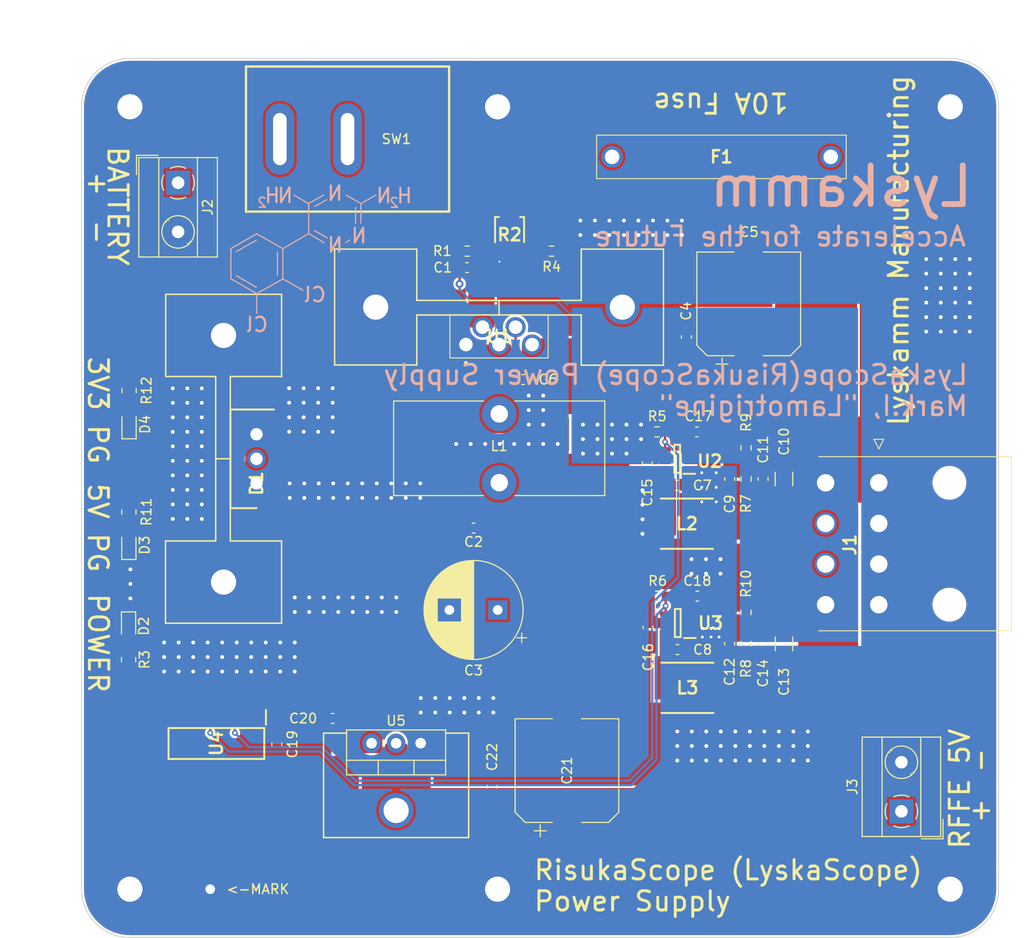
<source format=kicad_pcb>
(kicad_pcb (version 20211014) (generator pcbnew)
  (layers (0 "F.Cu" signal) (31 "B.Cu" signal) (34 "B.Paste" user) (35 "F.Paste" user) (36 "B.SilkS" user "B.Silkscreen") (37 "F.SilkS" user "F.Silkscreen") (38 "B.Mask" user) (39 "F.Mask" user) (44 "Edge.Cuts" user))
  (net 0 "")
  (net 1 "VDC")
  (net 2 "Net-(C1-Pad2)")
  (net 3 "GND")
  (net 4 "Net-(C4-Pad1)")
  (net 5 "Net-(C6-Pad1)")
  (net 6 "Net-(C7-Pad1)")
  (net 7 "Net-(C7-Pad2)")
  (net 8 "Net-(C8-Pad1)")
  (net 9 "Net-(C8-Pad2)")
  (net 10 "+5V")
  (net 11 "Net-(C9-Pad2)")
  (net 12 "+3V3")
  (net 13 "Net-(C12-Pad2)")
  (net 14 "Net-(C17-Pad1)")
  (net 15 "Net-(C18-Pad1)")
  (net 16 "Net-(D1-Pad2)")
  (net 17 "Net-(D2-Pad2)")
  (net 18 "Net-(D3-Pad1)")
  (net 19 "Net-(D3-Pad2)")
  (net 20 "Net-(D4-Pad1)")
  (net 21 "Net-(D4-Pad2)")
  (net 22 "Net-(F1-Pad2)")
  (net 23 "Net-(J2-Pad1)")
  (net 24 "Net-(R2-Pad2)")
  (net 25 "/PG_5V")
  (net 26 "/PG_3V3")
  (net 37 "Net-(C21-Pad1)")
  (footprint "Resistor_SMD:R_0805_2012Metric" (layer "F.Cu") (at 73.2 117.4225 -90)
    (fp_text reference "R3")
    (fp_text value "510")
  )
  (footprint "Resistor_SMD:R_0603_1608Metric" (layer "F.Cu") (at 108.21 75.185)
    (fp_text reference "R1")
    (fp_text value "105k")
  )
  (footprint "Custom:SS11-BBIWQ-R20-R" (layer "F.Cu") (at 92.34 63.6)
    (fp_text reference "SW1")
    (fp_text value "SW_SPST")
  )
  (footprint "39-30-1080:39-30-Y080" (layer "F.Cu") (at 150.7641 99.1375 90)
    (fp_text reference "J1")
    (fp_text value "39-30-1080" hide)
  )
  (footprint "Capacitor_SMD:C_0603_1608Metric" (layer "F.Cu") (at 126.91 114.085 -90)
    (fp_text reference "C16")
    (fp_text value "10uF")
  )
  (footprint "Capacitor_SMD:C_0603_1608Metric" (layer "F.Cu") (at 129.89 99.405 180)
    (fp_text reference "C7")
    (fp_text value "0.1uF")
  )
  (footprint "Capacitor_SMD:C_0603_1608Metric" (layer "F.Cu") (at 94.3 123.5 180)
    (fp_text reference "C20")
    (fp_text value "10uF")
  )
  (footprint "Resistor_SMD:R_0603_1608Metric" (layer "F.Cu") (at 116.94 75.185)
    (fp_text reference "R4")
    (fp_text value "12.7k")
  )
  (footprint "Capacitor_SMD:C_1206_3216Metric" (layer "F.Cu") (at 140.96 115.795 90)
    (fp_text reference "C13")
    (fp_text value "100uF")
  )
  (footprint "Capacitor_SMD:C_0603_1608Metric" (layer "F.Cu") (at 132 110.855)
    (fp_text reference "C18")
    (fp_text value "0.1uF")
  )
  (footprint "Capacitor_SMD:C_1206_3216Metric" (layer "F.Cu") (at 140.96 98.745 90)
    (fp_text reference "C10")
    (fp_text value "100uF")
  )
  (footprint "Capacitor_SMD:C_0603_1608Metric" (layer "F.Cu") (at 135.34 115.765 90)
    (fp_text reference "C12")
    (fp_text value "33nF")
  )
  (footprint "Capacitor_SMD:C_0603_1608Metric" (layer "F.Cu") (at 129.95 116.38 180)
    (fp_text reference "C8")
    (fp_text value "0.1uF")
  )
  (footprint "Resistor_SMD:R_0603_1608Metric" (layer "F.Cu") (at 137.04 98.745 90)
    (fp_text reference "R7")
    (fp_text value "100k")
  )
  (footprint "MWSA0503S-100MT:INDPM5452X300N" (layer "F.Cu") (at 130.98 120.335)
    (fp_text reference "L3")
    (fp_text value "10uH" hide)
  )
  (footprint "Resistor_SMD:R_0603_1608Metric" (layer "F.Cu") (at 137.03 112.535 90)
    (fp_text reference "R10")
    (fp_text value "22k")
  )
  (footprint "LED_SMD:LED_0603_1608Metric" (layer "F.Cu") (at 73.25 93.1 90)
    (fp_text reference "D4")
    (fp_text value "LED")
  )
  (footprint "Capacitor_SMD:CP_Elec_10x10.5" (layer "F.Cu") (at 137.32 80.6375 90)
    (fp_text reference "C5")
    (fp_text value "470uF")
  )
  (footprint "Resistor_SMD:R_0805_2012Metric" (layer "F.Cu") (at 73.2538 89.6 90)
    (fp_text reference "R12")
    (fp_text value "51")
  )
  (footprint "64600001003:64600001003" (layer "F.Cu") (at 145.79 65.44 180)
    (fp_text reference "F1")
    (fp_text value "10A" hide)
  )
  (footprint "LED_SMD:LED_0603_1608Metric" (layer "F.Cu") (at 73.23 105.58 90)
    (fp_text reference "D3")
    (fp_text value "LED")
  )
  (footprint "Resistor_SMD:R_0603_1608Metric" (layer "F.Cu") (at 137.03 115.765 90)
    (fp_text reference "R8")
    (fp_text value "100k")
  )
  (footprint "Capacitor_SMD:C_0603_1608Metric" (layer "F.Cu") (at 138.8 98.745 90)
    (fp_text reference "C11")
    (fp_text value "0.1uF")
  )
  (footprint "Capacitor_THT:CP_Radial_D10.0mm_P5.00mm" (layer "F.Cu") (at 111.367677 112.285 180)
    (fp_text reference "C3")
    (fp_text value "1mF")
  )
  (footprint "Inductor_THT:L_Toroid_Vertical_L21.6mm_W9.5mm_P7.11mm_Pulse_C" (layer "F.Cu") (at 111.52 92.015)
    (fp_text reference "L1")
    (fp_text value "47uH")
  )
  (footprint "Resistor_SMD:R_0603_1608Metric" (layer "F.Cu") (at 137.04 95.515 90)
    (fp_text reference "R9")
    (fp_text value "13.6k")
  )
  (footprint "Capacitor_SMD:C_0603_1608Metric" (layer "F.Cu") (at 126.83 97.105 -90)
    (fp_text reference "C15")
    (fp_text value "10uF")
  )
  (footprint "LED_SMD:LED_0603_1608Metric" (layer "F.Cu") (at 73.2 113.97 -90)
    (fp_text reference "D2")
    (fp_text value "LED")
  )
  (footprint "CD4050BDR:SOIC127P600X175-16N" (layer "F.Cu") (at 82.28 126.09 -90)
    (fp_text reference "U4")
    (fp_text value "CD4050BDR" hide)
  )
  (footprint "Resistor_SMD:R_0805_2012Metric" (layer "F.Cu") (at 73.23 102.16 90)
    (fp_text reference "R11")
    (fp_text value "330")
  )
  (footprint "Capacitor_SMD:C_0603_1608Metric" (layer "F.Cu") (at 108.87 103.815 180)
    (fp_text reference "C2")
    (fp_text value "0.1uF")
  )
  (footprint "MWSA0503S-100MT:INDPM5452X300N" (layer "F.Cu") (at 130.92 103.365)
    (fp_text reference "L2")
    (fp_text value "10uH" hide)
  )
  (footprint "Resistor_SMD:R_0603_1608Metric" (layer "F.Cu") (at 127.84 93.87)
    (fp_text reference "R5")
    (fp_text value "10k")
  )
  (footprint "Resistor_SMD:R_0603_1608Metric" (layer "F.Cu") (at 127.9 110.855)
    (fp_text reference "R6")
    (fp_text value "10k")
  )
  (footprint "Capacitor_SMD:C_0603_1608Metric" (layer "F.Cu") (at 113.98 88.46)
    (fp_text reference "C6")
    (fp_text value "0.1uF")
  )
  (footprint "XL4016:XL4016" (layer "F.Cu") (at 108.08 84.845)
    (fp_text reference "U1")
    (fp_text value "XL4016" hide)
  )
  (footprint "MBR2045CT:TO254P450X1000X2010-3P" (layer "F.Cu") (at 86.4275 99.2 90)
    (fp_text reference "D1")
    (fp_text value "MBR2045CT" hide)
  )
  (footprint "Capacitor_SMD:C_0603_1608Metric" (layer "F.Cu") (at 110.79 130.56 90)
    (fp_text reference "C22")
    (fp_text value "0.1uF")
  )
  (footprint "Capacitor_SMD:C_0603_1608Metric" (layer "F.Cu") (at 108.2 76.885)
    (fp_text reference "C1")
    (fp_text value "33nF")
  )
  (footprint "TerminalBlock_MetzConnect:TerminalBlock_MetzConnect_Type101_RT01602HBWC_1x02_P5.08mm_Horizontal" (layer "F.Cu") (at 153.1 133.105 90)
    (fp_text reference "J3")
    (fp_text value "Screw_Terminal_01x02")
  )
  (footprint "Capacitor_SMD:C_0603_1608Metric" (layer "F.Cu") (at 135.35 98.745 90)
    (fp_text reference "C9")
    (fp_text value "33nF")
  )
  (footprint "Capacitor_SMD:C_0603_1608Metric" (layer "F.Cu") (at 88.53 126.17 -90)
    (fp_text reference "C19")
    (fp_text value "0.1uF")
  )
  (footprint "Capacitor_SMD:CP_Elec_10x10.5" (layer "F.Cu") (at 118.52 128.8925 90)
    (fp_text reference "C21")
    (fp_text value "470uF")
  )
  (footprint "Capacitor_SMD:C_0603_1608Metric" (layer "F.Cu") (at 131.945 93.875)
    (fp_text reference "C17")
    (fp_text value "0.1uF")
  )
  (footprint "Capacitor_SMD:C_0603_1608Metric" (layer "F.Cu") (at 130.87 84.065 90)
    (fp_text reference "C4")
    (fp_text value "0.1uF")
  )
  (footprint "Capacitor_SMD:C_0603_1608Metric" (layer "F.Cu") (at 138.79 115.775 90)
    (fp_text reference "C14")
    (fp_text value "0.1uF")
  )
  (footprint "Package_TO_SOT_THT:TO-220-3_Vertical" (layer "F.Cu") (at 103.4 126.06 180)
    (fp_text reference "U5")
    (fp_text value "LM1117-5.0")
  )
  (footprint "VG039NCHXTB203:VG039NCHXTB203" (layer "F.Cu") (at 112.59 73.565)
    (fp_text reference "R2")
    (fp_text value "VG039NCHXTB203" hide)
  )
  (footprint "TerminalBlock_MetzConnect:TerminalBlock_MetzConnect_Type101_RT01602HBWC_1x02_P5.08mm_Horizontal" (layer "F.Cu") (at 78.32 68.115 -90)
    (fp_text reference "J2")
    (fp_text value "Screw_Terminal_01x02")
  )
  (footprint "SY8253AIC:SOT65P280X110-8N" (layer "F.Cu") (at 129.98 113.635 180)
    (fp_text reference "U3")
    (fp_text value "SY8253AIC" hide)
  )
  (footprint "SY8253AIC:SOT65P280X110-8N" (layer "F.Cu") (at 129.92 96.655 180)
    (fp_text reference "U2")
    (fp_text value "SY8253AIC" hide)
  )
  (footprint "icons:lamotrigine_medium" (layer "B.Cu") (at 93.42 75.78 180)
    (fp_text reference "G***" hide)
    (fp_text value "LOGO" hide)
  )
  (gr_line (start 111.5 81.785) (end 111.5 80.2775) (layer "F.SilkS") (width 0.15))
  (gr_line (start 100.86 135.815) (end 108.36 135.815) (layer "F.SilkS") (width 0.15))
  (gr_line (start 120 86.9775) (end 120 81.785) (layer "F.SilkS") (width 0.15))
  (gr_line (start 111.5 81.785) (end 103 81.785) (layer "F.SilkS") (width 0.15))
  (gr_line (start 77.0375 79.65) (end 77.0375 88.15) (layer "F.SilkS") (width 0.15))
  (gr_line (start 93.36 125.015) (end 95.74 125.015) (layer "F.SilkS") (width 0.15))
  (gr_line (start 83.7175 88.15) (end 89.0175 88.15) (layer "F.SilkS") (width 0.15))
  (gr_line (start 111.5 80.2775) (end 103 80.2775) (layer "F.SilkS") (width 0.15))
  (gr_line (start 77.0175 105.15) (end 82.21 105.15) (layer "F.SilkS") (width 0.15))
  (gr_line (start 93.36 125.015) (end 93.36 135.815) (layer "F.SilkS") (width 0.15))
  (gr_line (start 128.5 86.9775) (end 120 86.9775) (layer "F.SilkS") (width 0.15))
  (gr_line (start 108.36 125.015) (end 105.98 125.015) (layer "F.SilkS") (width 0.15))
  (gr_line (start 120 74.9775) (end 128.5 74.9775) (layer "F.SilkS") (width 0.15))
  (gr_line (start 108.36 135.815) (end 108.36 125.015) (layer "F.SilkS") (width 0.15))
  (gr_line (start 89.0175 88.15) (end 89.0175 79.65) (layer "F.SilkS") (width 0.15))
  (gr_line (start 83.7175 105.15) (end 89.0175 105.15) (layer "F.SilkS") (width 0.15))
  (gr_line (start 111.5 81.785) (end 120 81.785) (layer "F.SilkS") (width 0.15))
  (gr_line (start 83.7175 96.65) (end 83.7175 88.15) (layer "F.SilkS") (width 0.15))
  (gr_line (start 82.21 96.65) (end 82.21 88.15) (layer "F.SilkS") (width 0.15))
  (gr_line (start 103 81.785) (end 103 86.9575) (layer "F.SilkS") (width 0.15))
  (gr_line (start 94.5 86.9575) (end 103 86.9575) (layer "F.SilkS") (width 0.15))
  (gr_line (start 94.5 74.9775) (end 94.5 86.9575) (layer "F.SilkS") (width 0.15))
  (gr_line (start 89.0175 113.65) (end 77.0175 113.65) (layer "F.SilkS") (width 0.15))
  (gr_line (start 82.21 96.65) (end 83.7175 96.65) (layer "F.SilkS") (width 0.15))
  (gr_line (start 111.5 80.2775) (end 120 80.2775) (layer "F.SilkS") (width 0.15))
  (gr_line (start 89.0175 105.15) (end 89.0175 113.65) (layer "F.SilkS") (width 0.15))
  (gr_line (start 82.21 88.15) (end 77.0375 88.15) (layer "F.SilkS") (width 0.15))
  (gr_line (start 103 74.9775) (end 94.5 74.9775) (layer "F.SilkS") (width 0.15))
  (gr_line (start 93.36 135.815) (end 100.86 135.815) (layer "F.SilkS") (width 0.15))
  (gr_line (start 83.7175 96.65) (end 83.7175 105.15) (layer "F.SilkS") (width 0.15))
  (gr_line (start 82.21 96.65) (end 82.21 105.15) (layer "F.SilkS") (width 0.15))
  (gr_line (start 120 80.2775) (end 120 74.9775) (layer "F.SilkS") (width 0.15))
  (gr_line (start 77.0175 113.65) (end 77.0175 105.15) (layer "F.SilkS") (width 0.15))
  (gr_line (start 89.0175 79.65) (end 77.0375 79.65) (layer "F.SilkS") (width 0.15))
  (gr_line (start 103 80.2775) (end 103 74.9775) (layer "F.SilkS") (width 0.15))
  (gr_line (start 128.5 74.9775) (end 128.5 86.9775) (layer "F.SilkS") (width 0.15))
  (gr_line (start 158.15 55.26) (end 73.34 55.26) (layer "Edge.Cuts") (width 0.1))
  (gr_line (start 73.34 146.15) (end 158.15 146.15) (layer "Edge.Cuts") (width 0.1))
  (gr_arc (start 73.34 146.15) (mid 69.804466 144.685534) (end 68.34 141.15) (layer "Edge.Cuts") (width 0.1))
  (gr_arc (start 163.15 141.15) (mid 161.685534 144.685534) (end 158.15 146.15) (layer "Edge.Cuts") (width 0.1))
  (gr_line (start 163.15 141.15) (end 163.15 60.26) (layer "Edge.Cuts") (width 0.1))
  (gr_line (start 68.34 60.26) (end 68.34 141.15) (layer "Edge.Cuts") (width 0.1))
  (gr_arc (start 158.15 55.26) (mid 161.685534 56.724466) (end 163.15 60.26) (layer "Edge.Cuts") (width 0.1))
  (gr_arc (start 68.34 60.26) (mid 69.804466 56.724466) (end 73.34 55.26) (layer "Edge.Cuts") (width 0.1))
  (gr_text "Lyskamm" (at 146.87 68.5) (layer "B.SilkS") (effects (font (size 4 4) (thickness 0.6)) (justify mirror)))
  (gr_text "Accelerate for the Future" (at 159.94 73.67) (layer "B.SilkS") (effects (font (size 2 2) (thickness 0.3)) (justify left mirror)))
  (gr_text "LyskaScope(RisukaScope) Power Supply\nMark.I, {dblquote}Lamotrigine{dblquote}" (at 160.15 89.58) (layer "B.SilkS") (effects (font (size 2 2) (thickness 0.3)) (justify left mirror)))
  (gr_text "RisukaScope (LyskaScope)\nPower Supply" (at 114.95 140.79) (layer "F.SilkS") (effects (font (size 2 2) (thickness 0.3)) (justify left)))
  (gr_text "BATTERY" (at 72.07 70.53 -90) (layer "F.SilkS") (effects (font (size 2 2) (thickness 0.3))))
  (gr_text "10A Fuse" (at 134.42 59.84 180) (layer "F.SilkS") (effects (font (size 2 2) (thickness 0.3))))
  (gr_text "<-MARK" (at 86.57 141.15) (layer "F.SilkS") (effects (font (size 1 1))))
  (gr_text "-" (at 161.52 127.83 270) (layer "F.SilkS") (effects (font (size 2 2) (thickness 0.3))))
  (gr_text "RFFE 5V" (at 159.13 130.78 90) (layer "F.SilkS") (effects (font (size 2 2) (thickness 0.3))))
  (gr_text "+" (at 161.52 133.04 270) (layer "F.SilkS") (effects (font (size 2 2) (thickness 0.3))))
  (gr_text "-" (at 70.02 73.22 270) (layer "F.SilkS") (effects (font (size 2 2) (thickness 0.3))))
  (gr_text "+" (at 70.04 68.23 270) (layer "F.SilkS") (effects (font (size 2 2) (thickness 0.3))))
  (gr_text "Lyskamm Manufacturing" (at 152.81 75.12 90) (layer "F.SilkS") (effects (font (size 2 2) (thickness 0.3))))
  (gr_text "5V PG" (at 70.03 103.79 270) (layer "F.SilkS") (effects (font (size 2 2) (thickness 0.3))))
  (gr_text "3V3 PG" (at 70.04 91.64 270) (layer "F.SilkS") (effects (font (size 2 2) (thickness 0.3))))
  (gr_text "POWER" (at 70.06 115.71 270) (layer "F.SilkS") (effects (font (size 2 2) (thickness 0.3))))
  (segment (start 73.2 118.335) (end 73.2 119.3) (width 0.25) (layer "F.Cu") (net 1))
  (segment (start 86.725 121.405) (end 86.725 123.378) (width 0.25) (layer "F.Cu") (net 1))
  (segment (start 74.89 102.52) (end 73.6175 101.2475) (width 0.25) (layer "F.Cu") (net 1))
  (segment (start 88.495 125.43) (end 88.53 125.395) (width 0.25) (layer "F.Cu") (net 1))
  (segment (start 107.425 78.565) (end 107.42 78.57) (width 0.25) (layer "F.Cu") (net 1))
  (segment (start 88.53 125.395) (end 95.125 125.395) (width 0.5) (layer "F.Cu") (net 1))
  (segment (start 74.1475 88.6875) (end 74.99 89.53) (width 0.25) (layer "F.Cu") (net 1))
  (segment (start 73.775 118.335) (end 73.2 118.335) (width 0.25) (layer "F.Cu") (net 1))
  (segment (start 73.2538 88.6875) (end 74.1475 88.6875) (width 0.25) (layer "F.Cu") (net 1))
  (segment (start 86.725 123.378) (end 86.725 124.755) (width 0.5) (layer "F.Cu") (net 1))
  (segment (start 74.89 102.52) (end 74.89 117.22) (width 0.25) (layer "F.Cu") (net 1))
  (segment (start 74.89 117.22) (end 73.775 118.335) (width 0.25) (layer "F.Cu") (net 1))
  (segment (start 73.23 99.39) (end 73.23 101.2475) (width 0.25) (layer "F.Cu") (net 1))
  (segment (start 74.36 120.46) (end 85.78 120.46) (width 0.25) (layer "F.Cu") (net 1))
  (segment (start 107.385 76.845) (end 107.425 76.885) (width 0.25) (layer "F.Cu") (net 1))
  (segment (start 86.725 124.755) (end 87.4 125.43) (width 0.5) (layer "F.Cu") (net 1))
  (segment (start 107.385 75.185) (end 107.385 76.845) (width 0.25) (layer "F.Cu") (net 1))
  (segment (start 73.2 119.3) (end 74.36 120.46) (width 0.25) (layer "F.Cu") (net 1))
  (segment (start 74.99 89.53) (end 74.99 97.63) (width 0.25) (layer "F.Cu") (net 1))
  (segment (start 74.99 97.63) (end 73.23 99.39) (width 0.25) (layer "F.Cu") (net 1))
  (segment (start 87.4 125.43) (end 88.495 125.43) (width 0.5) (layer "F.Cu") (net 1))
  (segment (start 107.425 76.885) (end 107.425 78.565) (width 0.25) (layer "F.Cu") (net 1))
  (segment (start 85.78 120.46) (end 86.725 121.405) (width 0.25) (layer "F.Cu") (net 1))
  (via (at 120.18 93.12) (size 0.8) (drill 0.4) (layers "F.Cu" "B.Cu") (net 1))
  (via (at 124.68 94.62) (size 0.8) (drill 0.4) (layers "F.Cu" "B.Cu") (net 1))
  (via (at 120.18 96.12) (size 0.8) (drill 0.4) (layers "F.Cu" "B.Cu") (net 1))
  (via (at 121.68 93.12) (size 0.8) (drill 0.4) (layers "F.Cu" "B.Cu") (net 1))
  (via (at 121.68 94.62) (size 0.8) (drill 0.4) (layers "F.Cu" "B.Cu") (net 1))
  (via (at 121.68 96.12) (size 0.8) (drill 0.4) (layers "F.Cu" "B.Cu") (net 1))
  (via (at 126.18 93.12) (size 0.8) (drill 0.4) (layers "F.Cu" "B.Cu") (net 1))
  (via (at 123.18 94.62) (size 0.8) (drill 0.4) (layers "F.Cu" "B.Cu") (net 1))
  (via (at 123.18 93.12) (size 0.8) (drill 0.4) (layers "F.Cu" "B.Cu") (net 1))
  (via (at 126.18 94.62) (size 0.8) (drill 0.4) (layers "F.Cu" "B.Cu") (net 1))
  (via (at 123.18 96.12) (size 0.8) (drill 0.4) (layers "F.Cu" "B.Cu") (net 1))
  (via (at 120.18 94.62) (size 0.8) (drill 0.4) (layers "F.Cu" "B.Cu") (net 1))
  (via (at 124.68 96.12) (size 0.8) (drill 0.4) (layers "F.Cu" "B.Cu") (net 1))
  (via (at 107.42 78.57) (size 0.8) (drill 0.4) (layers "F.Cu" "B.Cu") (net 1))
  (via (at 124.68 93.12) (size 0.8) (drill 0.4) (layers "F.Cu" "B.Cu") (net 1))
  (segment (start 119.51 82.35) (end 119.51 84.77) (width 0.25) (layer "B.Cu") (net 1))
  (segment (start 107.42 79.17) (end 107.42 78.57) (width 0.25) (layer "B.Cu") (net 1))
  (segment (start 117.48 80.32) (end 119.51 82.35) (width 0.25) (layer "B.Cu") (net 1))
  (segment (start 117.48 80.32) (end 108.57 80.32) (width 0.25) (layer "B.Cu") (net 1))
  (segment (start 108.57 80.32) (end 107.42 79.17) (width 0.25) (layer "B.Cu") (net 1))
  (via (at 77.77 95.37) (size 0.8) (drill 0.4) (layers "F.Cu" "B.Cu") (net 3))
  (via (at 157.17 79.01) (size 0.8) (drill 0.4) (layers "F.Cu" "B.Cu") (net 3))
  (via (at 114.57 95.12) (size 0.8) (drill 0.4) (layers "F.Cu" "B.Cu") (net 3))
  (via (at 135.93 127.85) (size 0.8) (drill 0.4) (layers "F.Cu" "B.Cu") (net 3))
  (via (at 79.88 115.65) (size 0.8) (drill 0.4) (layers "F.Cu" "B.Cu") (net 3))
  (via (at 87.38 115.65) (size 0.8) (drill 0.4) (layers "F.Cu" "B.Cu") (net 3))
  (via (at 89.8 90.86) (size 0.8) (drill 0.4) (layers "F.Cu" "B.Cu") (net 3))
  (via (at 158.67 83.51) (size 0.8) (drill 0.4) (layers "F.Cu" "B.Cu") (net 3))
  (via (at 124.25 80.9775) (size 3.6) (drill 2.6) (layers "F.Cu" "B.Cu") (net 3))
  (via (at 131.43 126.35) (size 0.8) (drill 0.4) (layers "F.Cu" "B.Cu") (net 3))
  (via (at 91.3 93.86) (size 0.8) (drill 0.4) (layers "F.Cu" "B.Cu") (net 3))
  (via (at 138.93 126.35) (size 0.8) (drill 0.4) (layers "F.Cu" "B.Cu") (net 3))
  (via (at 134.25 115.08) (size 0.6) (drill 0.3) (layers "F.Cu" "B.Cu") (net 3))
  (via (at 94.3 93.86) (size 0.8) (drill 0.4) (layers "F.Cu" "B.Cu") (net 3))
  (via (at 132.93 126.35) (size 0.8) (drill 0.4) (layers "F.Cu" "B.Cu") (net 3))
  (via (at 76.88 115.65) (size 0.8) (drill 0.4) (layers "F.Cu" "B.Cu") (net 3))
  (via (at 119.91 72.02) (size 0.8) (drill 0.4) (layers "F.Cu" "B.Cu") (net 3))
  (via (at 91.3 89.36) (size 0.8) (drill 0.4) (layers "F.Cu" "B.Cu") (net 3))
  (via (at 79.27 99.87) (size 0.8) (drill 0.4) (layers "F.Cu" "B.Cu") (net 3))
  (via (at 132.9 107.03) (size 0.8) (drill 0.4) (layers "F.Cu" "B.Cu") (net 3))
  (via (at 82.88 118.65) (size 0.8) (drill 0.4) (layers "F.Cu" "B.Cu") (net 3))
  (via (at 77.77 89.37) (size 0.8) (drill 0.4) (layers "F.Cu" "B.Cu") (net 3))
  (via (at 88.88 117.15) (size 0.8) (drill 0.4) (layers "F.Cu" "B.Cu") (net 3))
  (via (at 114.57 90.12) (size 0.8) (drill 0.4) (layers "F.Cu" "B.Cu") (net 3))
  (via (at 98.86 100.7) (size 0.8) (drill 0.4) (layers "F.Cu" "B.Cu") (net 3))
  (via (at 77.77 102.87) (size 0.8) (drill 0.4) (layers "F.Cu" "B.Cu") (net 3))
  (via (at 141.93 126.35) (size 0.8) (drill 0.4) (layers "F.Cu" "B.Cu") (net 3))
  (via (at 79.27 92.37) (size 0.8) (drill 0.4) (layers "F.Cu" "B.Cu") (net 3))
  (via (at 78.38 117.15) (size 0.8) (drill 0.4) (layers "F.Cu" "B.Cu") (net 3))
  (via (at 134.4 107.03) (size 0.8) (drill 0.4) (layers "F.Cu" "B.Cu") (net 3))
  (via (at 76.88 118.65) (size 0.8) (drill 0.4) (layers "F.Cu" "B.Cu") (net 3))
  (via (at 81.38 118.65) (size 0.8) (drill 0.4) (layers "F.Cu" "B.Cu") (net 3))
  (via (at 126.33 99.91) (size 0.8) (drill 0.4) (layers "F.Cu" "B.Cu") (net 3))
  (via (at 89.8 93.86) (size 0.8) (drill 0.4) (layers "F.Cu" "B.Cu") (net 3))
  (via (at 124.41 72.02) (size 0.8) (drill 0.4) (layers "F.Cu" "B.Cu") (net 3))
  (via (at 101.86 100.7) (size 0.8) (drill 0.4) (layers "F.Cu" "B.Cu") (net 3))
  (via (at 106.41 121.39) (size 0.8) (drill 0.4) (layers "F.Cu" "B.Cu") (net 3))
  (via (at 129.93 124.85) (size 0.8) (drill 0.4) (layers "F.Cu" "B.Cu") (net 3))
  (via (at 103.41 121.39) (size 0.8) (drill 0.4) (layers "F.Cu" "B.Cu") (net 3))
  (via (at 119.91 73.52) (size 0.8) (drill 0.4) (layers "F.Cu" "B.Cu") (net 3))
  (via (at 82.88 117.15) (size 0.8) (drill 0.4) (layers "F.Cu" "B.Cu") (net 3))
  (via (at 90.38 110.99) (size 0.8) (drill 0.4) (layers "F.Cu" "B.Cu") (net 3))
  (via (at 158.67 76.01) (size 0.8) (drill 0.4) (layers "F.Cu" "B.Cu") (net 3))
  (via (at 79.27 93.87) (size 0.8) (drill 0.4) (layers "F.Cu" "B.Cu") (net 3))
  (via (at 114.57 93.12) (size 0.8) (drill 0.4) (layers "F.Cu" "B.Cu") (net 3))
  (via (at 131.4 107.03) (size 0.8) (drill 0.4) (layers "F.Cu" "B.Cu") (net 3))
  (via (at 130.41 73.52) (size 0.8) (drill 0.4) (layers "F.Cu" "B.Cu") (net 3))
  (via (at 157.17 83.51) (size 0.8) (drill 0.4) (layers "F.Cu" "B.Cu") (net 3))
  (via (at 94.36 99.2) (size 0.8) (drill 0.4) (layers "F.Cu" "B.Cu") (net 3))
  (via (at 132.93 127.85) (size 0.8) (drill 0.4) (layers "F.Cu" "B.Cu") (net 3))
  (via (at 89.86 99.2) (size 0.8) (drill 0.4) (layers "F.Cu" "B.Cu") (net 3))
  (via (at 79.27 95.37) (size 0.8) (drill 0.4) (layers "F.Cu" "B.Cu") (net 3))
  (via (at 93.38 110.99) (size 0.8) (drill 0.4) (layers "F.Cu" "B.Cu") (net 3))
  (via (at 80.77 89.37) (size 0.8) (drill 0.4) (layers "F.Cu" "B.Cu") (net 3))
  (via (at 140.43 126.35) (size 0.8) (drill 0.4) (layers "F.Cu" "B.Cu") (net 3))
  (via (at 141.93 124.85) (size 0.8) (drill 0.4) (layers "F.Cu" "B.Cu") (net 3))
  (via (at 158.67 79.01) (size 0.8) (drill 0.4) (layers "F.Cu" "B.Cu") (net 3))
  (via (at 79.27 101.37) (size 0.8) (drill 0.4) (layers "F.Cu" "B.Cu") (net 3))
  (via (at 80.77 95.37) (size 0.8) (drill 0.4) (layers "F.Cu" "B.Cu") (net 3))
  (via (at 73.34 141.15) (size 3.6) (drill 2.6) (layers "F.Cu" "B.Cu") (net 3))
  (via (at 80.77 102.87) (size 0.8) (drill 0.4) (layers "F.Cu" "B.Cu") (net 3))
  (via (at 131.43 127.85) (size 0.8) (drill 0.4) (layers "F.Cu" "B.Cu") (net 3))
  (via (at 104.91 121.39) (size 0.8) (drill 0.4) (layers "F.Cu" "B.Cu") (net 3))
  (via (at 116.07 90.12) (size 0.8) (drill 0.4) (layers "F.Cu" "B.Cu") (net 3))
  (via (at 79.27 102.87) (size 0.8) (drill 0.4) (layers "F.Cu" "B.Cu") (net 3))
  (via (at 82.88 115.65) (size 0.8) (drill 0.4) (layers "F.Cu" "B.Cu") (net 3))
  (via (at 90.38 115.65) (size 0.8) (drill 0.4) (layers "F.Cu" "B.Cu") (net 3))
  (via (at 77.77 92.37) (size 0.8) (drill 0.4) (layers "F.Cu" "B.Cu") (net 3))
  (via (at 158.15 141.15) (size 3.6) (drill 2.6) (layers "F.Cu" "B.Cu") (net 3))
  (via (at 96.38 112.49) (size 0.8) (drill 0.4) (layers "F.Cu" "B.Cu") (net 3))
  (via (at 125.91 73.52) (size 0.8) (drill 0.4) (layers "F.Cu" "B.Cu") (net 3))
  (via (at 100.88 110.99) (size 0.8) (drill 0.4) (layers "F.Cu" "B.Cu") (net 3))
  (via (at 97.36 99.2) (size 0.8) (drill 0.4) (layers "F.Cu" "B.Cu") (net 3))
  (via (at 133.96 101.1) (size 0.6) (drill 0.3) (layers "F.Cu" "B.Cu") (net 3))
  (via (at 94.3 89.36) (size 0.8) (drill 0.4) (layers "F.Cu" "B.Cu") (net 3))
  (via (at 111.35 60.26) (size 3.6) (drill 2.6) (layers "F.Cu" "B.Cu") (net 3))
  (via (at 111.57 95.12) (size 0.8) (drill 0.4) (layers "F.Cu" "B.Cu") (net 3))
  (via (at 143.43 124.85) (size 0.8) (drill 0.4) (layers "F.Cu" "B.Cu") (net 3))
  (via (at 98.75 80.9775) (size 3.6) (drill 2.6) (layers "F.Cu" "B.Cu") (net 3))
  (via (at 100.36 99.2) (size 0.8) (drill 0.4) (layers "F.Cu" "B.Cu") (net 3))
  (via (at 116.07 95.12) (size 0.8) (drill 0.4) (layers "F.Cu" "B.Cu") (net 3))
  (via (at 134.43 127.85) (size 0.8) (drill 0.4) (layers "F.Cu" "B.Cu") (net 3))
  (via (at 84.38 117.15) (size 0.8) (drill 0.4) (layers "F.Cu" "B.Cu") (net 3))
  (via (at 77.77 93.87) (size 0.8) (drill 0.4) (layers "F.Cu" "B.Cu") (net 3))
  (via (at 107.07 95.12) (size 0.8) (drill 0.4) (layers "F.Cu" "B.Cu") (net 3))
  (via (at 143.43 126.35) (size 0.8) (drill 0.4) (layers "F.Cu" "B.Cu") (net 3))
  (via (at 114.57 91.62) (size 0.8) (drill 0.4) (layers "F.Cu" "B.Cu") (net 3))
  (via (at 73.39 109.59) (size 0.8) (drill 0.4) (layers "F.Cu" "B.Cu") (net 3))
  (via (at 137.43 124.85) (size 0.8) (drill 0.4) (layers "F.Cu" "B.Cu") (net 3))
  (via (at 103.36 100.7) (size 0.8) (drill 0.4) (layers "F.Cu" "B.Cu") (net 3))
  (via (at 134.43 124.85) (size 0.8) (drill 0.4) (layers "F.Cu" "B.Cu") (net 3))
  (via (at 73.39 108.09) (size 0.8) (drill 0.4) (layers "F.Cu" "B.Cu") (net 3))
  (via (at 96.38 110.99) (size 0.8) (drill 0.4) (layers "F.Cu" "B.Cu") (net 3))
  (via (at 160.17 76.01) (size 0.8) (drill 0.4) (layers "F.Cu" "B.Cu") (net 3))
  (via (at 157.17 80.51) (size 0.8) (drill 0.4) (layers "F.Cu" "B.Cu") (net 3))
  (via (at 108.57 95.12) (size 0.8) (drill 0.4) (layers "F.Cu" "B.Cu") (net 3))
  (via (at 94.88 110.99) (size 0.8) (drill 0.4) (layers "F.Cu" "B.Cu") (net 3))
  (via (at 121.41 72.02) (size 0.8) (drill 0.4) (layers "F.Cu" "B.Cu") (net 3))
  (via (at 134.26 114.2) (size 0.6) (drill 0.3) (layers "F.Cu" "B.Cu") (net 3))
  (via (at 134.43 126.35) (size 0.8) (drill 0.4) (layers "F.Cu" "B.Cu") (net 3))
  (via (at 126.33 102.91) (size 0.8) (drill 0.4) (layers "F.Cu" "B.Cu") (net 3))
  (via (at 77.77 101.37) (size 0.8) (drill 0.4) (layers "F.Cu" "B.Cu") (net 3))
  (via (at 127.41 72.02) (size 0.8) (drill 0.4) (layers "F.Cu" "B.Cu") (net 3))
  (via (at 80.77 101.37) (size 0.8) (drill 0.4) (layers "F.Cu" "B.Cu") (net 3))
  (via (at 78.38 118.65) (size 0.8) (drill 0.4) (layers "F.Cu" "B.Cu") (net 3))
  (via (at 122.91 73.52) (size 0.8) (drill 0.4) (layers "F.Cu" "B.Cu") (net 3))
  (via (at 121.41 73.52) (size 0.8) (drill 0.4) (layers "F.Cu" "B.Cu") (net 3))
  (via (at 132.93 124.85) (size 0.8) (drill 0.4) (layers "F.Cu" "B.Cu") (net 3))
  (via (at 80.77 96.87) (size 0.8) (drill 0.4) (layers "F.Cu" "B.Cu") (net 3))
  (via (at 92.86 99.2) (size 0.8) (drill 0.4) (layers "F.Cu" "B.Cu") (net 3))
  (via (at 126.33 101.41) (size 0.8) (drill 0.4) (layers "F.Cu" "B.Cu") (net 3))
  (via (at 160.17 82.01) (size 0.8) (drill 0.4) (layers "F.Cu" "B.Cu") (net 3))
  (via (at 109.41 122.89) (size 0.8) (drill 0.4) (layers "F.Cu" "B.Cu") (net 3))
  (via (at 81.38 117.15) (size 0.8) (drill 0.4) (layers "F.Cu" "B.Cu") (net 3))
  (via (at 94.88 112.49) (size 0.8) (drill 0.4) (layers "F.Cu" "B.Cu") (net 3))
  (via (at 110.91 122.89) (size 0.8) (drill 0.4) (layers "F.Cu" "B.Cu") (net 3))
  (via (at 101.86 99.2) (size 0.8) (drill 0.4) (layers "F.Cu" "B.Cu") (net 3))
  (via (at 158.67 82.01) (size 0.8) (drill 0.4) (layers "F.Cu" "B.Cu") (net 3))
  (via (at 98.86 99.2) (size 0.8) (drill 0.4) (layers "F.Cu" "B.Cu") (net 3))
  (via (at 132.46 101.1) (size 0.6) (drill 0.3) (layers "F.Cu" "B.Cu") (net 3))
  (via (at 110.91 121.39) (size 0.8) (drill 0.4) (layers "F.Cu" "B.Cu") (net 3))
  (via (at 83.0175 83.9) (size 3.6) (drill 2.6) (layers "F.Cu" "B.Cu") (net 3))
  (via (at 76.88 117.15) (size 0.8) (drill 0.4) (layers "F.Cu" "B.Cu") (net 3))
  (via (at 73.39 111.09) (size 0.8) (drill 0.4) (layers "F.Cu" "B.Cu") (net 3))
  (via (at 155.67 83.51) (size 0.8) (drill 0.4) (layers "F.Cu" "B.Cu") (net 3))
  (via (at 107.91 121.39) (size 0.8) (drill 0.4) (layers "F.Cu" "B.Cu") (net 3))
  (via (at 97.88 110.99) (size 0.8) (drill 0.4) (layers "F.Cu" "B.Cu") (net 3))
  (via (at 157.17 77.51) (size 0.8) (drill 0.4) (layers "F.Cu" "B.Cu") (net 3))
  (via (at 88.88 118.65) (size 0.8) (drill 0.4) (layers "F.Cu" "B.Cu") (net 3))
  (via (at 129.93 126.35) (size 0.8) (drill 0.4) (layers "F.Cu" "B.Cu") (net 3))
  (via (at 131.43 124.85) (size 0.8) (drill 0.4) (layers "F.Cu" "B.Cu") (net 3))
  (via (at 134.4 108.53) (size 0.8) (drill 0.4) (layers "F.Cu" "B.Cu") (net 3))
  (via (at 77.77 90.87) (size 0.8) (drill 0.4) (layers "F.Cu" "B.Cu") (net 3))
  (via (at 77.77 96.87) (size 0.8) (drill 0.4) (layers "F.Cu" "B.Cu") (net 3))
  (via (at 157.17 76.01) (size 0.8) (drill 0.4) (layers "F.Cu" "B.Cu") (net 3))
  (via (at 158.67 80.51) (size 0.8) (drill 0.4) (layers "F.Cu" "B.Cu") (net 3))
  (via (at 95.86 99.2) (size 0.8) (drill 0.4) (layers "F.Cu" "B.Cu") (net 3))
  (via (at 133.96 98.1) (size 0.6) (drill 0.3) (layers "F.Cu" "B.Cu") (net 3))
  (via (at 90.38 112.49) (size 0.8) (drill 0.4) (layers "F.Cu" "B.Cu") (net 3))
  (via (at 103.41 122.89) (size 0.8) (drill 0.4) (layers "F.Cu" "B.Cu") (net 3))
  (via (at 87.38 117.15) (size 0.8) (drill 0.4) (layers "F.Cu" "B.Cu") (net 3))
  (via (at 158.67 77.51) (size 0.8) (drill 0.4) (layers "F.Cu" "B.Cu") (net 3))
  (via (at 91.36 100.7) (size 0.8) (drill 0.4) (layers "F.Cu" "B.Cu") (net 3))
  (via (at 91.3 92.36) (size 0.8) (drill 0.4) (layers "F.Cu" "B.Cu") (net 3))
  (via (at 107.91 122.89) (size 0.8) (drill 0.4) (layers "F.Cu" "B.Cu") (net 3))
  (via (at 155.67 79.01) (size 0.8) (drill 0.4) (layers "F.Cu" "B.Cu") (net 3))
  (via (at 138.93 127.85) (size 0.8) (drill 0.4) (layers "F.Cu" "B.Cu") (net 3))
  (via (at 92.8 92.36) (size 0.8) (drill 0.4) (layers "F.Cu" "B.Cu") (net 3))
  (via (at 95.86 100.7) (size 0.8) (drill 0.4) (layers "F.Cu" "B.Cu") (net 3))
  (via (at 79.88 117.15) (size 0.8) (drill 0.4) (layers "F.Cu" "B.Cu") (net 3))
  (via (at 141.93 127.85) (size 0.8) (drill 0.4) (layers "F.Cu" "B.Cu") (net 3))
  (via (at 84.38 115.65) (size 0.8) (drill 0.4) (layers "F.Cu" "B.Cu") (net 3))
  (via (at 81.64 141.15) (size 2) (drill 1) (layers "F.Cu" "B.Cu") (net 3))
  (via (at 129.93 127.85) (size 0.8) (drill 0.4) (layers "F.Cu" "B.Cu") (net 3))
  (via (at 97.88 112.49) (size 0.8) (drill 0.4) (layers "F.Cu" "B.Cu") (net 3))
  (via (at 117.57 95.12) (size 0.8) (drill 0.4) (layers "F.Cu" "B.Cu") (net 3))
  (via (at 92.8 90.86) (size 0.8) (drill 0.4) (layers "F.Cu" "B.Cu") (net 3))
  (via (at 111.35 141.15) (size 3.6) (drill 2.6) (layers "F.Cu" "B.Cu") (net 3))
  (via (at 79.27 90.87) (size 0.8) (drill 0.4) (layers "F.Cu" "B.Cu") (net 3))
  (via (at 85.88 117.15) (size 0.8) (drill 0.4) (layers "F.Cu" "B.Cu") (net 3))
  (via (at 132.52 114.2) (size 0.6) (drill 0.3) (layers "F.Cu" "B.Cu") (net 3))
  (via (at 85.88 115.65) (size 0.8) (drill 0.4) (layers "F.Cu" "B.Cu") (net 3))
  (via (at 137.43 126.35) (size 0.8) (drill 0.4) (layers "F.Cu" "B.Cu") (net 3))
  (via (at 90.38 118.65) (size 0.8) (drill 0.4) (layers "F.Cu" "B.Cu") (net 3))
  (via (at 92.86 100.7) (size 0.8) (drill 0.4) (layers "F.Cu" "B.Cu") (net 3))
  (via (at 91.36 99.2) (size 0.8) (drill 0.4) (layers "F.Cu" "B.Cu") (net 3))
  (via (at 79.27 96.87) (size 0.8) (drill 0.4) (layers "F.Cu" "B.Cu") (net 3))
  (via (at 109.41 121.39) (size 0.8) (drill 0.4) (layers "F.Cu" "B.Cu") (net 3))
  (via (at 155.67 77.51) (size 0.8) (drill 0.4) (layers "F.Cu" "B.Cu") (net 3))
  (via (at 160.17 83.51) (size 0.8) (drill 0.4) (layers "F.Cu" "B.Cu") (net 3))
  (via (at 124.41 73.52) (size 0.8) (drill 0.4) (layers "F.Cu" "B.Cu") (net 3))
  (via (at 94.36 100.7) (size 0.8) (drill 0.4) (layers "F.Cu" "B.Cu") (net 3))
  (via (at 80.77 98.37) (size 0.8) (drill 0.4) (layers "F.Cu" "B.Cu") (net 3))
  (via (at 132.46 98.1) (size 0.6) (drill 0.3) (layers "F.Cu" "B.Cu") (net 3))
  (via (at 132.9 108.53) (size 0.8) (drill 0.4) (layers "F.Cu" "B.Cu") (net 3))
  (via (at 93.38 112.49) (size 0.8) (drill 0.4) (layers "F.Cu" "B.Cu") (net 3))
  (via (at 91.3 90.86) (size 0.8) (drill 0.4) (layers "F.Cu" "B.Cu") (net 3))
  (via (at 158.15 60.26) (size 3.6) (drill 2.6) (layers "F.Cu" "B.Cu") (net 3))
  (via (at 135.93 124.85) (size 0.8) (drill 0.4) (layers "F.Cu" "B.Cu") (net 3))
  (via (at 80.77 99.87) (size 0.8) (drill 0.4) (layers "F.Cu" "B.Cu") (net 3))
  (via (at 160.17 77.51) (size 0.8) (drill 0.4) (layers "F.Cu" "B.Cu") (net 3))
  (via (at 99.38 110.99) (size 0.8) (drill 0.4) (layers "F.Cu" "B.Cu") (net 3))
  (via (at 160.17 80.51) (size 0.8) (drill 0.4) (layers "F.Cu" "B.Cu") (net 3))
  (via (at 79.88 118.65) (size 0.8) (drill 0.4) (layers "F.Cu" "B.Cu") (net 3))
  (via (at 80.77 90.87) (size 0.8) (drill 0.4) (layers "F.Cu" "B.Cu") (net 3))
  (via (at 104.91 122.89) (size 0.8) (drill 0.4) (layers "F.Cu" "B.Cu") (net 3))
  (via (at 103.36 99.2) (size 0.8) (drill 0.4) (layers "F.Cu" "B.Cu") (net 3))
  (via (at 87.38 118.65) (size 0.8) (drill 0.4) (layers "F.Cu" "B.Cu") (net 3))
  (via (at 94.3 90.86) (size 0.8) (drill 0.4) (layers "F.Cu" "B.Cu") (net 3))
  (via (at 97.36 100.7) (size 0.8) (drill 0.4) (layers "F.Cu" "B.Cu") (net 3))
  (via (at 90.38 117.15) (size 0.8) (drill 0.4) (layers "F.Cu" "B.Cu") (net 3))
  (via (at 155.67 76.01) (size 0.8) (drill 0.4) (layers "F.Cu" "B.Cu") (net 3))
  (via (at 140.43 127.85) (size 0.8) (drill 0.4) (layers "F.Cu" "B.Cu") (net 3))
  (via (at 92.8 93.86) (size 0.8) (drill 0.4) (layers "F.Cu" "B.Cu") (net 3))
  (via (at 77.77 98.37) (size 0.8) (drill 0.4) (layers "F.Cu" "B.Cu") (net 3))
  (via (at 133.42 115.08) (size 0.6) (drill 0.3) (layers "F.Cu" "B.Cu") (net 3))
  (via (at 132.46 99.6) (size 0.6) (drill 0.3) (layers "F.Cu" "B.Cu") (net 3))
  (via (at 125.91 72.02) (size 0.8) (drill 0.4) (layers "F.Cu" "B.Cu") (net 3))
  (via (at 110.07 95.12) (size 0.8) (drill 0.4) (layers "F.Cu" "B.Cu") (net 3))
  (via (at 128.91 73.52) (size 0.8) (drill 0.4) (layers "F.Cu" "B.Cu") (net 3))
  (via (at 113.07 95.12) (size 0.8) (drill 0.4) (layers "F.Cu" "B.Cu") (net 3))
  (via (at 132.52 115.08) (size 0.6) (drill 0.3) (layers "F.Cu" "B.Cu") (net 3))
  (via (at 137.43 127.85) (size 0.8) (drill 0.4) (layers "F.Cu" "B.Cu") (net 3))
  (via (at 135.93 126.35) (size 0.8) (drill 0.4) (layers "F.Cu" "B.Cu") (net 3))
  (via (at 80.77 92.37) (size 0.8) (drill 0.4) (layers "F.Cu" "B.Cu") (net 3))
  (via (at 138.93 124.85) (size 0.8) (drill 0.4) (layers "F.Cu" "B.Cu") (net 3))
  (via (at 79.27 98.37) (size 0.8) (drill 0.4) (layers "F.Cu" "B.Cu") (net 3))
  (via (at 88.88 115.65) (size 0.8) (drill 0.4) (layers "F.Cu" "B.Cu") (net 3))
  (via (at 78.38 115.65) (size 0.8) (drill 0.4) (layers "F.Cu" "B.Cu") (net 3))
  (via (at 91.88 112.49) (size 0.8) (drill 0.4) (layers "F.Cu" "B.Cu") (net 3))
  (via (at 94.3 92.36) (size 0.8) (drill 0.4) (layers "F.Cu" "B.Cu") (net 3))
  (via (at 77.77 99.87) (size 0.8) (drill 0.4) (layers "F.Cu" "B.Cu") (net 3))
  (via (at 133.96 99.6) (size 0.6) (drill 0.3) (layers "F.Cu" "B.Cu") (net 3))
  (via (at 155.67 80.51) (size 0.8) (drill 0.4) (layers "F.Cu" "B.Cu") (net 3))
  (via (at 89.86 100.7) (size 0.8) (drill 0.4) (layers "F.Cu" "B.Cu") (net 3))
  (via (at 92.8 89.36) (size 0.8) (drill 0.4) (layers "F.Cu" "B.Cu") (net 3))
  (via (at 131.4 108.53) (size 0.8) (drill 0.4) (layers "F.Cu" "B.Cu") (net 3))
  (via (at 89.8 89.36) (size 0.8) (drill 0.4) (layers "F.Cu" "B.Cu") (net 3))
  (via (at 143.43 127.85) (size 0.8) (drill 0.4) (layers "F.Cu" "B.Cu") (net 3))
  (via (at 157.17 82.01) (size 0.8) (drill 0.4) (layers "F.Cu" "B.Cu") (net 3))
  (via (at 89.8 92.36) (size 0.8) (drill 0.4) (layers "F.Cu" "B.Cu") (net 3))
  (via (at 100.88 112.49) (size 0.8) (drill 0.4) (layers "F.Cu" "B.Cu") (net 3))
  (via (at 91.88 110.99) (size 0.8) (drill 0.4) (layers "F.Cu" "B.Cu") (net 3))
  (via (at 122.91 72.02) (size 0.8) (drill 0.4) (layers "F.Cu" "B.Cu") (net 3))
  (via (at 85.88 118.65) (size 0.8) (drill 0.4) (layers "F.Cu" "B.Cu") (net 3))
  (via (at 83.0175 109.4) (size 3.6) (drill 2.6) (layers "F.Cu" "B.Cu") (net 3))
  (via (at 160.17 79.01) (size 0.8) (drill 0.4) (layers "F.Cu" "B.Cu") (net 3))
  (via (at 128.91 72.02) (size 0.8) (drill 0.4) (layers "F.Cu" "B.Cu") (net 3))
  (via (at 99.38 112.49) (size 0.8) (drill 0.4) (layers "F.Cu" "B.Cu") (net 3))
  (via (at 126.33 104.41) (size 0.8) (drill 0.4) (layers "F.Cu" "B.Cu") (net 3))
  (via (at 140.43 124.85) (size 0.8) (drill 0.4) (layers "F.Cu" "B.Cu") (net 3))
  (via (at 81.38 115.65) (size 0.8) (drill 0.4) (layers "F.Cu" "B.Cu") (net 3))
  (via (at 100.36 100.7) (size 0.8) (drill 0.4) (layers "F.Cu" "B.Cu") (net 3))
  (via (at 127.41 73.52) (size 0.8) (drill 0.4) (layers "F.Cu" "B.Cu") (net 3))
  (via (at 106.41 122.89) (size 0.8) (drill 0.4) (layers "F.Cu" "B.Cu") (net 3))
  (via (at 155.67 82.01) (size 0.8) (drill 0.4) (layers "F.Cu" "B.Cu") (net 3))
  (via (at 80.77 93.87) (size 0.8) (drill 0.4) (layers "F.Cu" "B.Cu") (net 3))
  (via (at 130.41 72.02) (size 0.8) (drill 0.4) (layers "F.Cu" "B.Cu") (net 3))
  (via (at 116.07 91.62) (size 0.8) (drill 0.4) (layers "F.Cu" "B.Cu") (net 3))
  (via (at 79.27 89.37) (size 0.8) (drill 0.4) (layers "F.Cu" "B.Cu") (net 3))
  (via (at 84.38 118.65) (size 0.8) (drill 0.4) (layers "F.Cu" "B.Cu") (net 3))
  (via (at 116.07 93.12) (size 0.8) (drill 0.4) (layers "F.Cu" "B.Cu") (net 3))
  (via (at 133.42 114.2) (size 0.6) (drill 0.3) (layers "F.Cu" "B.Cu") (net 3))
  (via (at 73.34 60.26) (size 3.6) (drill 2.6) (layers "F.Cu" "B.Cu") (net 3))
  (segment (start 113.21 83.045) (end 113.21 88.37) (width 0.25) (layer "F.Cu") (net 5))
  (segment (start 131.17 93.875) (end 131.17 95.68) (width 0.25) (layer "F.Cu") (net 14))
  (segment (start 131.225 110.855) (end 131.225 112.655) (width 0.25) (layer "F.Cu") (net 15))
  (segment (start 131.225 112.655) (end 131.23 112.66) (width 0.25) (layer "F.Cu") (net 15))
  (segment (start 73.2 116.51) (end 73.2 114.7575) (width 0.25) (layer "F.Cu") (net 17))
  (segment (start 85.455 121.485) (end 84.88 120.91) (width 0.25) (layer "F.Cu") (net 18))
  (segment (start 84.88 120.91) (end 73.55 120.91) (width 0.25) (layer "F.Cu") (net 18))
  (segment (start 71.82 107.7775) (end 73.23 106.3675) (width 0.25) (layer "F.Cu") (net 18))
  (segment (start 85.455 123.378) (end 85.455 121.485) (width 0.25) (layer "F.Cu") (net 18))
  (segment (start 71.82 119.18) (end 71.82 107.7775) (width 0.25) (layer "F.Cu") (net 18))
  (segment (start 73.55 120.91) (end 71.82 119.18) (width 0.25) (layer "F.Cu") (net 18))
  (segment (start 73.23 104.7925) (end 73.23 103.0725) (width 0.25) (layer "F.Cu") (net 19))
  (segment (start 82.915 122.415) (end 81.86 121.36) (width 0.25) (layer "F.Cu") (net 20))
  (segment (start 81.86 121.36) (end 73.363604 121.36) (width 0.25) (layer "F.Cu") (net 20))
  (segment (start 71.37 95.7675) (end 73.25 93.8875) (width 0.25) (layer "F.Cu") (net 20))
  (segment (start 71.37 119.366396) (end 71.37 95.7675) (width 0.25) (layer "F.Cu") (net 20))
  (segment (start 82.915 123.378) (end 82.915 122.415) (width 0.25) (layer "F.Cu") (net 20))
  (segment (start 73.363604 121.36) (end 71.37 119.366396) (width 0.25) (layer "F.Cu") (net 20))
  (segment (start 73.25 92.3125) (end 73.25 90.5163) (width 0.25) (layer "F.Cu") (net 21))
  (segment (start 73.25 90.5163) (end 73.2538 90.5125) (width 0.25) (layer "F.Cu") (net 21))
  (segment (start 84.185 123.378) (end 84.185 124.985) (width 0.25) (layer "F.Cu") (net 25))
  (segment (start 128.665 95.675) (end 128.67 95.68) (width 0.25) (layer "F.Cu") (net 25))
  (segment (start 84.185 124.985) (end 84.19 124.99) (width 0.25) (layer "F.Cu") (net 25))
  (segment (start 128.665 93.87) (end 128.665 95.675) (width 0.25) (layer "F.Cu") (net 25))
  (via (at 84.19 124.99) (size 0.6) (drill 0.3) (layers "F.Cu" "B.Cu") (net 25))
  (via (at 128.66 94.9) (size 0.6) (drill 0.3) (layers "F.Cu" "B.Cu") (net 25))
  (segment (start 96.68 129.94) (end 124.99 129.94) (width 0.25) (layer "B.Cu") (net 25))
  (segment (start 85.67 126.47) (end 93.21 126.47) (width 0.25) (layer "B.Cu") (net 25))
  (segment (start 93.21 126.47) (end 96.68 129.94) (width 0.25) (layer "B.Cu") (net 25))
  (segment (start 84.19 124.99) (end 85.67 126.47) (width 0.25) (layer "B.Cu") (net 25))
  (segment (start 130.01 96.25) (end 128.66 94.9) (width 0.25) (layer "B.Cu") (net 25))
  (segment (start 124.99 129.94) (end 127.345 127.585) (width 0.25) (layer "B.Cu") (net 25))
  (segment (start 127.345 111.575) (end 130.01 108.91) (width 0.25) (layer "B.Cu") (net 25))
  (segment (start 130.01 108.91) (end 130.01 96.25) (width 0.25) (layer "B.Cu") (net 25))
  (segment (start 127.345 127.585) (end 127.345 111.575) (width 0.25) (layer "B.Cu") (net 25))
  (segment (start 128.725 110.855) (end 128.725 112.655) (width 0.25) (layer "F.Cu") (net 26))
  (segment (start 81.645 123.378) (end 81.645 124.985) (width 0.25) (layer "F.Cu") (net 26))
  (segment (start 81.645 124.985) (end 81.64 124.99) (width 0.25) (layer "F.Cu") (net 26))
  (segment (start 128.725 112.655) (end 128.73 112.66) (width 0.25) (layer "F.Cu") (net 26))
  (via (at 81.64 124.99) (size 0.6) (drill 0.3) (layers "F.Cu" "B.Cu") (net 26))
  (via (at 128.73 111.86) (size 0.6) (drill 0.3) (layers "F.Cu" "B.Cu") (net 26))
  (segment (start 93.023604 126.92) (end 96.493604 130.39) (width 0.25) (layer "B.Cu") (net 26))
  (segment (start 127.795 127.771396) (end 127.795 112.795) (width 0.25) (layer "B.Cu") (net 26))
  (segment (start 127.795 112.795) (end 128.73 111.86) (width 0.25) (layer "B.Cu") (net 26))
  (segment (start 96.493604 130.39) (end 125.176396 130.39) (width 0.25) (layer "B.Cu") (net 26))
  (segment (start 125.176396 130.39) (end 127.795 127.771396) (width 0.25) (layer "B.Cu") (net 26))
  (segment (start 81.64 124.99) (end 83.57 126.92) (width 0.25) (layer "B.Cu") (net 26))
  (segment (start 83.57 126.92) (end 93.023604 126.92) (width 0.25) (layer "B.Cu") (net 26))
  (via (at 100.86 133.015) (size 3.6) (drill 2.6) (layers "F.Cu" "B.Cu") (net 37))
  (zone (net 4) (net_name "Net-(C4-Pad1)") (layer "F.Cu") (connect_pads yes (clearance 0.254)) (min_thickness 0.254) (fill yes (thermal_gap 0.254) (thermal_bridge_width 0.508))
    (polygon (pts (xy 148.51 92.03) (xy 117.31 92.03) (xy 117.31 89.18) (xy 114.1 89.18) (xy 114.1 87.22) (xy 113.86 87.22) (xy 113.86 84.85) (xy 114.55 84.2) (xy 132.05 84.2) (xy 132.05 81.22) (xy 140.04 81.22) (xy 140.04 62.56) (xy 148.51 62.56)))
  )
  (zone (net 11) (net_name "Net-(C9-Pad2)") (layer "F.Cu") (connect_pads yes (clearance 0.127)) (min_thickness 0.127) (fill yes (thermal_gap 0.254) (thermal_bridge_width 0.508))
    (polygon (pts (xy 137.67 98.61) (xy 134.68 98.61) (xy 134.68 96.56) (xy 130.57 96.56) (xy 130.57 96.1) (xy 134.68 96.1) (xy 134.68 95.79) (xy 137.67 95.79)))
  )
  (zone (net 3) (net_name "GND") (layer "F.Cu") (connect_pads yes (clearance 0.254)) (min_thickness 0.254) (fill yes (thermal_gap 0.254) (thermal_bridge_width 0.508))
    (polygon (pts (xy 94.16 127.38) (xy 97 127.38) (xy 97 139.21) (xy 163.15 139.21) (xy 163.15 146.15) (xy 75.41 146.15) (xy 75.389065 146.15) (xy 68.340537 146.15) (xy 68.34 114.42) (xy 94.16 114.42)))
  )
  (zone (net 1) (net_name "VDC") (layer "F.Cu") (connect_pads yes (clearance 0.254)) (min_thickness 0.254) (fill yes (thermal_gap 0.254) (thermal_bridge_width 0.508))
    (polygon (pts (xy 127.6 95.88) (xy 127.6 96.1) (xy 129.27 96.1) (xy 129.27 97.21) (xy 124.99 97.21) (xy 124.99 109.53) (xy 127.6 109.53) (xy 127.6 112.86) (xy 127.9 113.08) (xy 129.33 113.08) (xy 129.33 114.19) (xy 124.8 114.19) (xy 124.8 120.01) (xy 99.44 120.01) (xy 99.44 127.08) (xy 94.48 127.08) (xy 94.48 114.43) (xy 109 114.43) (xy 109 96.14) (xy 119.01 96.14) (xy 119.01 92.42) (xy 124.99 92.42) (xy 124.99 92.4) (xy 127.6 92.4)))
  )
  (zone (net 6) (net_name "Net-(C7-Pad1)") (layer "F.Cu") (connect_pads yes (clearance 0.127)) (min_thickness 0.127) (fill yes (thermal_gap 0.254) (thermal_bridge_width 0.508))
    (polygon (pts (xy 131.77 99.94) (xy 130.17 99.94) (xy 130.17 98.73) (xy 130.57 98.73) (xy 130.57 97.4) (xy 131.77 97.4)))
  )
  (zone (net 22) (net_name "Net-(F1-Pad2)") (layer "F.Cu") (connect_pads yes (clearance 0.254)) (min_thickness 0.254) (fill yes (thermal_gap 0.254) (thermal_bridge_width 0.508))
    (polygon (pts (xy 109.11 62.56) (xy 127.05 62.56) (xy 127.05 70.9) (xy 92.65 70.9) (xy 92.65 55.26) (xy 109.11 55.26)))
  )
  (zone (net 12) (net_name "+3V3") (layer "F.Cu") (connect_pads yes (clearance 0.254)) (min_thickness 0.254) (fill yes (thermal_gap 0.254) (thermal_bridge_width 0.508))
    (polygon (pts (xy 148.62 121.72) (xy 142.18 121.72) (xy 132.03 121.72) (xy 132.03 119.07) (xy 134.86 119.07) (xy 134.86 115.99) (xy 142.43 115.99) (xy 142.43 105.41) (xy 148.62 105.41)))
  )
  (zone (net 37) (net_name "Net-(C21-Pad1)") (layer "F.Cu") (connect_pads yes (clearance 0.254)) (min_thickness 0.254) (fill yes (thermal_gap 0.254) (thermal_bridge_width 0.508))
    (polygon (pts (xy 102.02 127.33) (xy 104.44 127.33) (xy 104.44 130.69) (xy 163.16 130.69) (xy 163.16 138.87) (xy 97.31 138.87) (xy 97.31 127.38) (xy 99.71 127.38) (xy 99.72 126.13) (xy 102.02 126.13)))
  )
  (zone (net 3) (net_name "GND") (layer "F.Cu") (connect_pads yes (clearance 0.254)) (min_thickness 0.254) (fill yes (thermal_gap 0.254) (thermal_bridge_width 0.508))
    (polygon (pts (xy 163.15 130.43) (xy 104.71 130.43) (xy 104.71 127.06) (xy 102.3 127.06) (xy 102.3 125.7) (xy 99.71 125.7) (xy 99.71 120.28) (xy 125.15 120.28) (xy 125.15 114.48) (xy 127.74 114.48) (xy 127.74 116.79) (xy 127.17 116.79) (xy 127.17 121.86) (xy 130.14 121.86) (xy 130.14 117.32) (xy 132.1 117.32) (xy 132.1 114.19) (xy 130.63 114.19) (xy 130.63 113.73) (xy 134.55 113.73) (xy 134.55 118.81) (xy 131.75 118.81) (xy 131.75 122.18) (xy 149.01 122.18) (xy 149.01 101.19) (xy 143.24 101.19) (xy 143.24 98.62) (xy 137.95 98.62) (xy 137.95 95.53) (xy 134.42 95.53) (xy 134.42 95.83) (xy 132.06 95.83) (xy 132.06 95.81) (xy 127.87 95.81) (xy 127.87 92.29) (xy 148.8 92.29) (xy 148.8 62.3) (xy 139.78 62.3) (xy 139.78 80.96) (xy 131.79 80.96) (xy 131.79 83.94) (xy 116.57 83.94) (xy 116.57 81.69) (xy 111.3 81.69) (xy 111.3 76.06) (xy 116.8 76.06) (xy 116.8 71.16) (xy 127.31 71.16) (xy 127.31 62.3) (xy 109.37 62.3) (xy 109.37 55.26) (xy 148.8 55.26) (xy 163.15 55.26)))
  )
  (zone (net 23) (net_name "Net-(J2-Pad1)") (layer "F.Cu") (connect_pads yes (clearance 0.254)) (min_thickness 0.254) (fill yes (thermal_gap 0.254) (thermal_bridge_width 0.508))
    (polygon (pts (xy 92.38 70.83) (xy 76.37 70.83) (xy 76.37 55.26) (xy 92.38 55.26)))
  )
  (zone (net 24) (net_name "Net-(R2-Pad2)") (layer "F.Cu") (connect_pads yes (clearance 0.254)) (min_thickness 0.254) (fill yes (thermal_gap 0.254) (thermal_bridge_width 0.508))
    (polygon (pts (xy 116.52 75.8) (xy 112.65 75.8) (xy 112.65 74.33) (xy 111.59 74.33) (xy 111.59 71.2) (xy 116.52 71.2)))
  )
  (zone (net 13) (net_name "Net-(C12-Pad2)") (layer "F.Cu") (connect_pads yes (clearance 0.254)) (min_thickness 0.254) (fill yes (thermal_gap 0.254) (thermal_bridge_width 0.508))
    (polygon (pts (xy 137.78 115.57) (xy 134.85 115.57) (xy 134.85 113.54) (xy 130.63 113.54) (xy 130.63 113.08) (xy 134.74 113.08) (xy 134.74 112.73) (xy 137.78 112.73)))
  )
  (zone (net 3) (net_name "GND") (layer "F.Cu") (connect_pads yes (clearance 0.254)) (min_thickness 0.254) (fill yes (thermal_gap 0.254) (thermal_bridge_width 0.508))
    (polygon (pts (xy 76.09 71.17) (xy 111.33 71.17) (xy 111.33 74.32) (xy 108.07 74.32) (xy 108.07 83.59) (xy 109.33 84.84) (xy 109.33 88.23) (xy 95.94 88.23) (xy 95.94 95.05) (xy 84.98 95.05) (xy 84.98 98.2) (xy 106.12 98.2) (xy 106.12 94.31) (xy 114.03 94.31) (xy 114.03 89.44) (xy 117.05 89.44) (xy 117.05 92.42) (xy 118.73 92.42) (xy 118.73 95.87) (xy 108.69 95.87) (xy 108.69 114.09) (xy 68.34 114.09) (xy 68.34 55.26) (xy 76.09 55.26)))
  )
  (zone (net 10) (net_name "+5V") (layer "F.Cu") (connect_pads yes (clearance 0.254)) (min_thickness 0.254) (fill yes (thermal_gap 0.254) (thermal_bridge_width 0.508))
    (polygon (pts (xy 142.97 101.47) (xy 148.63 101.47) (xy 148.63 105.01) (xy 132.02 105.01) (xy 132.02 102.16) (xy 134.68 102.16) (xy 134.68 98.94) (xy 142.97 98.94)))
  )
  (zone (net 9) (net_name "Net-(C8-Pad2)") (layer "F.Cu") (connect_pads yes (clearance 0.127)) (min_thickness 0.127) (fill yes (thermal_gap 0.254) (thermal_bridge_width 0.508))
    (polygon (pts (xy 129.32 115.69) (xy 129.85 115.69) (xy 129.85 121.53) (xy 127.59 121.53) (xy 127.59 117.06) (xy 128.11 117.06) (xy 128.11 114.37) (xy 129.32 114.37)))
  )
  (zone (net 3) (net_name "GND") (layer "F.Cu") (connect_pads yes (clearance 0.127)) (min_thickness 0.127) (fill yes (thermal_gap 0.254) (thermal_bridge_width 0.508))
    (polygon (pts (xy 134.4 101.81) (xy 131.67 101.81) (xy 131.67 105.42) (xy 142 105.42) (xy 142 115.58) (xy 138.06 115.58) (xy 138.06 112.46) (xy 137.77 112.46) (xy 134.48 112.46) (xy 134.48 112.82) (xy 132.12 112.82) (xy 132.12 110.13) (xy 127.93 110.13) (xy 127.93 109.22) (xy 125.25 109.22) (xy 125.25 97.56) (xy 127.71 97.56) (xy 127.71 99.85) (xy 127.28 99.85) (xy 127.28 104.91) (xy 130.17 104.91) (xy 130.17 100.2) (xy 132.04 100.2) (xy 132.04 97.21) (xy 130.57 97.21) (xy 130.57 96.75) (xy 134.4 96.75)))
  )
  (zone (net 8) (net_name "Net-(C8-Pad1)") (layer "F.Cu") (connect_pads yes (clearance 0.254)) (min_thickness 0.254) (fill yes (thermal_gap 0.254) (thermal_bridge_width 0.508))
    (polygon (pts (xy 131.84 117.04) (xy 130.11 117.04) (xy 130.11 115.71) (xy 130.63 115.71) (xy 130.63 114.38) (xy 131.84 114.38)))
  )
  (zone (net 7) (net_name "Net-(C7-Pad2)") (layer "F.Cu") (connect_pads yes (clearance 0.254)) (min_thickness 0.254) (fill yes (thermal_gap 0.254) (thermal_bridge_width 0.508))
    (polygon (pts (xy 129.27 98.72) (xy 129.79 98.72) (xy 129.79 104.56) (xy 127.54 104.56) (xy 127.54 100.2) (xy 128.06 100.2) (xy 128.06 97.47) (xy 129.27 97.47)))
  )
  (zone (net 2) (net_name "Net-(C1-Pad2)") (layer "F.Cu") (connect_pads yes (clearance 0.254)) (min_thickness 0.254) (fill yes (thermal_gap 0.254) (thermal_bridge_width 0.508))
    (polygon (pts (xy 112.37 75.79) (xy 111.04 75.79) (xy 111.04 83.08) (xy 108.33 83.08) (xy 108.33 74.59) (xy 112.37 74.59)))
  )
  (zone (net 16) (net_name "Net-(D1-Pad2)") (layer "F.Cu") (connect_pads yes (clearance 0.254)) (min_thickness 0.254) (fill yes (thermal_gap 0.254) (thermal_bridge_width 0.508))
    (polygon (pts (xy 112.75 89.39) (xy 113.74 89.39) (xy 113.74 94.01) (xy 105.86 94.01) (xy 105.86 97.94) (xy 85.27 97.94) (xy 85.27 95.33) (xy 96.2 95.33) (xy 96.2 88.58) (xy 109.7 88.58) (xy 109.7 84.84) (xy 112.75 84.84)))
  )
  (zone (net 1) (net_name "VDC") (layer "B.Cu") (connect_pads yes (clearance 0.254)) (min_thickness 0.254) (fill yes (thermal_gap 0.254) (thermal_bridge_width 0.508))
    (polygon (pts (xy 148.62 115.6) (xy 136.4 115.6) (xy 136.4 97.13) (xy 119 97.13) (xy 119 81.02) (xy 148.62 81.02)))
  )
  (zone (net 3) (net_name "GND") (layer "B.Cu") (connect_pads yes (clearance 0.254)) (min_thickness 0.254) (fill yes (thermal_gap 0.254) (thermal_bridge_width 0.508))
    (polygon (pts (xy 163.15 146.15) (xy 68.34 146.15) (xy 68.34 55.26) (xy 163.15 55.26)))
    (polygon (pts (xy 118.7 80.63) (xy 118.7 97.4) (xy 136.08 97.4) (xy 136.08 116) (xy 148.95 116) (xy 148.95 80.63)))
  )
)
</source>
